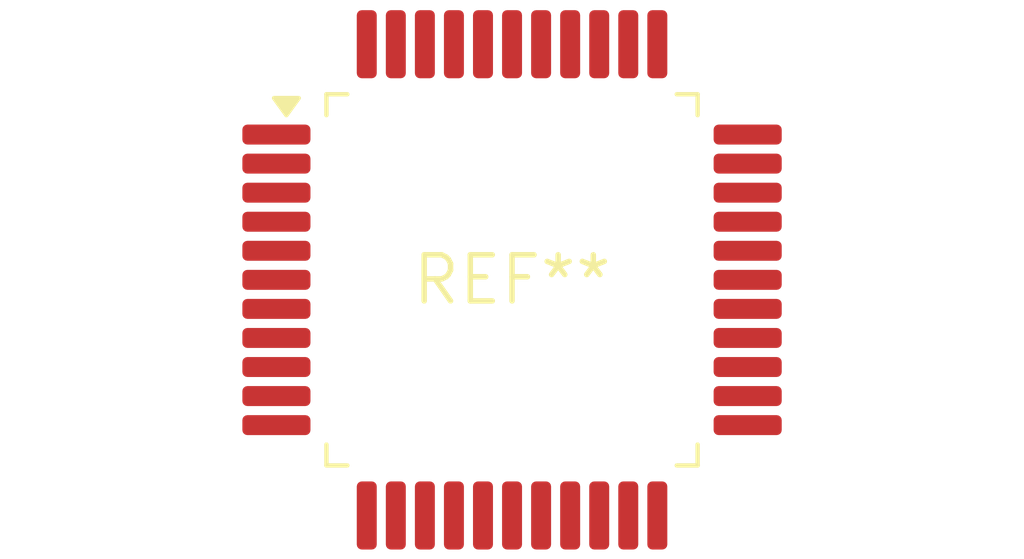
<source format=kicad_pcb>
(kicad_pcb (version 20240108) (generator pcbnew)
  (layers (0 "F.Cu" signal) (31 "B.Cu" signal) (34 "B.Paste" user) (35 "F.Paste" user) (36 "B.SilkS" user "B.Silkscreen") (37 "F.SilkS" user "F.Silkscreen") (38 "B.Mask" user) (39 "F.Mask" user) (44 "Edge.Cuts" user))
  (net 0 "")
  (footprint "MQFP-44_10x10mm_P0.8mm" (layer "F.Cu") (at 0 0)
    (property "Reference" "REF**")
    (property "Value" "MQFP-44_10x10mm_P0.8mm")
    (fp_line (start -5.11 -5.11) (end -5.11 -4.535) (layer "F.SilkS") (stroke (width 0.12)))
    (fp_line (start -5.11 5.11) (end -5.11 4.535) (layer "F.SilkS") (stroke (width 0.12)))
    (fp_line (start -4.535 -5.11) (end -5.11 -5.11) (layer "F.SilkS") (stroke (width 0.12)))
    (fp_line (start -4.535 5.11) (end -5.11 5.11) (layer "F.SilkS") (stroke (width 0.12)))
    (fp_line (start 4.535 -5.11) (end 5.11 -5.11) (layer "F.SilkS") (stroke (width 0.12)))
    (fp_line (start 4.535 5.11) (end 5.11 5.11) (layer "F.SilkS") (stroke (width 0.12)))
    (fp_line (start 5.11 -5.11) (end 5.11 -4.535) (layer "F.SilkS") (stroke (width 0.12)))
    (fp_line (start 5.11 5.11) (end 5.11 4.535) (layer "F.SilkS") (stroke (width 0.12)))
    (fp_poly (pts (xy -6.2125 -4.535) (xy -6.5525 -5.005) (xy -5.8725 -5.005) (xy -6.2125 -4.535)) (layer "F.SilkS") (stroke (width 0.12)) (fill solid))
    (pad "1" smd roundrect (at -6.4875 -4) (size 1.875 0.55) (layers "F.Cu" "F.Paste" "F.Mask"))
    (pad "2" smd roundrect (at -6.4875 -3.2) (size 1.875 0.55) (layers "F.Cu" "F.Paste" "F.Mask"))
    (pad "3" smd roundrect (at -6.4875 -2.4) (size 1.875 0.55) (layers "F.Cu" "F.Paste" "F.Mask"))
    (pad "4" smd roundrect (at -6.4875 -1.6) (size 1.875 0.55) (layers "F.Cu" "F.Paste" "F.Mask"))
    (pad "5" smd roundrect (at -6.4875 -0.8) (size 1.875 0.55) (layers "F.Cu" "F.Paste" "F.Mask"))
    (pad "6" smd roundrect (at -6.4875 0) (size 1.875 0.55) (layers "F.Cu" "F.Paste" "F.Mask"))
    (pad "7" smd roundrect (at -6.4875 0.8) (size 1.875 0.55) (layers "F.Cu" "F.Paste" "F.Mask"))
    (pad "8" smd roundrect (at -6.4875 1.6) (size 1.875 0.55) (layers "F.Cu" "F.Paste" "F.Mask"))
    (pad "9" smd roundrect (at -6.4875 2.4) (size 1.875 0.55) (layers "F.Cu" "F.Paste" "F.Mask"))
    (pad "10" smd roundrect (at -6.4875 3.2) (size 1.875 0.55) (layers "F.Cu" "F.Paste" "F.Mask"))
    (pad "11" smd roundrect (at -6.4875 4) (size 1.875 0.55) (layers "F.Cu" "F.Paste" "F.Mask"))
    (pad "12" smd roundrect (at -4 6.4875) (size 0.55 1.875) (layers "F.Cu" "F.Paste" "F.Mask"))
    (pad "13" smd roundrect (at -3.2 6.4875) (size 0.55 1.875) (layers "F.Cu" "F.Paste" "F.Mask"))
    (pad "14" smd roundrect (at -2.4 6.4875) (size 0.55 1.875) (layers "F.Cu" "F.Paste" "F.Mask"))
    (pad "15" smd roundrect (at -1.6 6.4875) (size 0.55 1.875) (layers "F.Cu" "F.Paste" "F.Mask"))
    (pad "16" smd roundrect (at -0.8 6.4875) (size 0.55 1.875) (layers "F.Cu" "F.Paste" "F.Mask"))
    (pad "17" smd roundrect (at 0 6.4875) (size 0.55 1.875) (layers "F.Cu" "F.Paste" "F.Mask"))
    (pad "18" smd roundrect (at 0.8 6.4875) (size 0.55 1.875) (layers "F.Cu" "F.Paste" "F.Mask"))
    (pad "19" smd roundrect (at 1.6 6.4875) (size 0.55 1.875) (layers "F.Cu" "F.Paste" "F.Mask"))
    (pad "20" smd roundrect (at 2.4 6.4875) (size 0.55 1.875) (layers "F.Cu" "F.Paste" "F.Mask"))
    (pad "21" smd roundrect (at 3.2 6.4875) (size 0.55 1.875) (layers "F.Cu" "F.Paste" "F.Mask"))
    (pad "22" smd roundrect (at 4 6.4875) (size 0.55 1.875) (layers "F.Cu" "F.Paste" "F.Mask"))
    (pad "23" smd roundrect (at 6.4875 4) (size 1.875 0.55) (layers "F.Cu" "F.Paste" "F.Mask"))
    (pad "24" smd roundrect (at 6.4875 3.2) (size 1.875 0.55) (layers "F.Cu" "F.Paste" "F.Mask"))
    (pad "25" smd roundrect (at 6.4875 2.4) (size 1.875 0.55) (layers "F.Cu" "F.Paste" "F.Mask"))
    (pad "26" smd roundrect (at 6.4875 1.6) (size 1.875 0.55) (layers "F.Cu" "F.Paste" "F.Mask"))
    (pad "27" smd roundrect (at 6.4875 0.8) (size 1.875 0.55) (layers "F.Cu" "F.Paste" "F.Mask"))
    (pad "28" smd roundrect (at 6.4875 0) (size 1.875 0.55) (layers "F.Cu" "F.Paste" "F.Mask"))
    (pad "29" smd roundrect (at 6.4875 -0.8) (size 1.875 0.55) (layers "F.Cu" "F.Paste" "F.Mask"))
    (pad "30" smd roundrect (at 6.4875 -1.6) (size 1.875 0.55) (layers "F.Cu" "F.Paste" "F.Mask"))
    (pad "31" smd roundrect (at 6.4875 -2.4) (size 1.875 0.55) (layers "F.Cu" "F.Paste" "F.Mask"))
    (pad "32" smd roundrect (at 6.4875 -3.2) (size 1.875 0.55) (layers "F.Cu" "F.Paste" "F.Mask"))
    (pad "33" smd roundrect (at 6.4875 -4) (size 1.875 0.55) (layers "F.Cu" "F.Paste" "F.Mask"))
    (pad "34" smd roundrect (at 4 -6.4875) (size 0.55 1.875) (layers "F.Cu" "F.Paste" "F.Mask"))
    (pad "35" smd roundrect (at 3.2 -6.4875) (size 0.55 1.875) (layers "F.Cu" "F.Paste" "F.Mask"))
    (pad "36" smd roundrect (at 2.4 -6.4875) (size 0.55 1.875) (layers "F.Cu" "F.Paste" "F.Mask"))
    (pad "37" smd roundrect (at 1.6 -6.4875) (size 0.55 1.875) (layers "F.Cu" "F.Paste" "F.Mask"))
    (pad "38" smd roundrect (at 0.8 -6.4875) (size 0.55 1.875) (layers "F.Cu" "F.Paste" "F.Mask"))
    (pad "39" smd roundrect (at 0 -6.4875) (size 0.55 1.875) (layers "F.Cu" "F.Paste" "F.Mask"))
    (pad "40" smd roundrect (at -0.8 -6.4875) (size 0.55 1.875) (layers "F.Cu" "F.Paste" "F.Mask"))
    (pad "41" smd roundrect (at -1.6 -6.4875) (size 0.55 1.875) (layers "F.Cu" "F.Paste" "F.Mask"))
    (pad "42" smd roundrect (at -2.4 -6.4875) (size 0.55 1.875) (layers "F.Cu" "F.Paste" "F.Mask"))
    (pad "43" smd roundrect (at -3.2 -6.4875) (size 0.55 1.875) (layers "F.Cu" "F.Paste" "F.Mask"))
    (pad "44" smd roundrect (at -4 -6.4875) (size 0.55 1.875) (layers "F.Cu" "F.Paste" "F.Mask"))
  )
)
</source>
